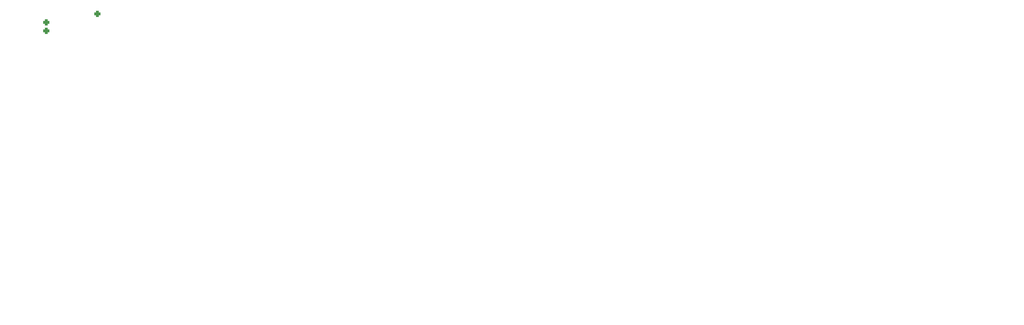
<source format=gbr>
%TF.GenerationSoftware,KiCad,Pcbnew,(7.0.0)*%
%TF.CreationDate,2023-12-21T18:15:09-08:00*%
%TF.ProjectId,Seeb61,53656562-3631-42e6-9b69-6361645f7063,rev?*%
%TF.SameCoordinates,Original*%
%TF.FileFunction,Legend,Bot*%
%TF.FilePolarity,Positive*%
%FSLAX46Y46*%
G04 Gerber Fmt 4.6, Leading zero omitted, Abs format (unit mm)*
G04 Created by KiCad (PCBNEW (7.0.0)) date 2023-12-21 18:15:09*
%MOMM*%
%LPD*%
G01*
G04 APERTURE LIST*
G04 Aperture macros list*
%AMRoundRect*
0 Rectangle with rounded corners*
0 $1 Rounding radius*
0 $2 $3 $4 $5 $6 $7 $8 $9 X,Y pos of 4 corners*
0 Add a 4 corners polygon primitive as box body*
4,1,4,$2,$3,$4,$5,$6,$7,$8,$9,$2,$3,0*
0 Add four circle primitives for the rounded corners*
1,1,$1+$1,$2,$3*
1,1,$1+$1,$4,$5*
1,1,$1+$1,$6,$7*
1,1,$1+$1,$8,$9*
0 Add four rect primitives between the rounded corners*
20,1,$1+$1,$2,$3,$4,$5,0*
20,1,$1+$1,$4,$5,$6,$7,0*
20,1,$1+$1,$6,$7,$8,$9,0*
20,1,$1+$1,$8,$9,$2,$3,0*%
G04 Aperture macros list end*
%ADD10C,1.651000*%
%ADD11R,1.651000X1.651000*%
%ADD12C,3.050000*%
%ADD13C,4.000000*%
%ADD14C,1.700000*%
%ADD15C,2.200000*%
%ADD16R,1.600000X1.600000*%
%ADD17C,1.600000*%
%ADD18C,2.000000*%
%ADD19C,1.800000*%
%ADD20RoundRect,0.450000X-0.450000X-0.450000X0.450000X-0.450000X0.450000X0.450000X-0.450000X0.450000X0*%
%ADD21O,2.000000X3.200000*%
%ADD22R,2.000000X2.000000*%
G04 APERTURE END LIST*
D10*
%TO.C,D27*%
X320675000Y-110109000D03*
D11*
X330834999Y-110108999D03*
%TD*%
D10*
%TO.C,D69*%
X471678000Y-110109000D03*
D11*
X481837999Y-110108999D03*
%TD*%
D10*
%TO.C,D49*%
X393065000Y-110109000D03*
D11*
X403224999Y-110108999D03*
%TD*%
D10*
%TO.C,D46*%
X393065000Y-117729000D03*
D11*
X403224999Y-117728999D03*
%TD*%
D10*
%TO.C,D38*%
X358267000Y-112649000D03*
D11*
X368426999Y-112648999D03*
%TD*%
D10*
%TO.C,D9*%
X247142000Y-115316000D03*
D11*
X257301999Y-115315999D03*
%TD*%
D10*
%TO.C,D26*%
X301752000Y-110109000D03*
D11*
X311911999Y-110108999D03*
%TD*%
D10*
%TO.C,D29*%
X228473000Y-107569000D03*
D11*
X238632999Y-107568999D03*
%TD*%
D10*
%TO.C,D44*%
X377063000Y-110109000D03*
D11*
X387222999Y-110108999D03*
%TD*%
D10*
%TO.C,D13*%
X320675000Y-115189000D03*
D11*
X330834999Y-115188999D03*
%TD*%
D10*
%TO.C,D67*%
X471678000Y-115189000D03*
D11*
X481837999Y-115188999D03*
%TD*%
D10*
%TO.C,D64*%
X454152000Y-110109000D03*
D11*
X464311999Y-110108999D03*
%TD*%
D10*
%TO.C,D15*%
X228473000Y-112776000D03*
D11*
X238632999Y-112775999D03*
%TD*%
D10*
%TO.C,D41*%
X377063000Y-117729000D03*
D11*
X387222999Y-117728999D03*
%TD*%
D10*
%TO.C,D5*%
X301752000Y-117729000D03*
D11*
X311911999Y-117728999D03*
%TD*%
D10*
%TO.C,D7*%
X338201000Y-117729000D03*
D11*
X348360999Y-117728999D03*
%TD*%
D10*
%TO.C,D6*%
X320675000Y-117729000D03*
D11*
X330834999Y-117728999D03*
%TD*%
D10*
%TO.C,D16*%
X247142000Y-112776000D03*
D11*
X257301999Y-112775999D03*
%TD*%
D10*
%TO.C,R1*%
X192659000Y-198374000D03*
X192659000Y-188214000D03*
%TD*%
%TO.C,D58*%
X434467000Y-112649000D03*
D11*
X444626999Y-112648999D03*
%TD*%
D10*
%TO.C,D66*%
X471678000Y-117729000D03*
D11*
X481837999Y-117728999D03*
%TD*%
D10*
%TO.C,D59*%
X434467000Y-110109000D03*
D11*
X444626999Y-110108999D03*
%TD*%
D10*
%TO.C,R2*%
X195199000Y-198374000D03*
X195199000Y-188214000D03*
%TD*%
%TO.C,D17*%
X263652000Y-112649000D03*
D11*
X273811999Y-112648999D03*
%TD*%
D10*
%TO.C,D30*%
X247142000Y-107696000D03*
D11*
X257301999Y-107695999D03*
%TD*%
D10*
%TO.C,D25*%
X281940000Y-110109000D03*
D11*
X292099999Y-110108999D03*
%TD*%
D10*
%TO.C,D42*%
X377063000Y-115189000D03*
D11*
X387222999Y-115188999D03*
%TD*%
D10*
%TO.C,D14*%
X338201000Y-115189000D03*
D11*
X348360999Y-115188999D03*
%TD*%
D10*
%TO.C,D54*%
X414528000Y-110109000D03*
D11*
X424687999Y-110108999D03*
%TD*%
D10*
%TO.C,D63*%
X454152000Y-112649000D03*
D11*
X464311999Y-112648999D03*
%TD*%
D10*
%TO.C,D12*%
X301752000Y-115189000D03*
D11*
X311911999Y-115188999D03*
%TD*%
D10*
%TO.C,D61*%
X454152000Y-117729000D03*
D11*
X464311999Y-117728999D03*
%TD*%
D10*
%TO.C,D34*%
X320675000Y-107569000D03*
D11*
X330834999Y-107568999D03*
%TD*%
D10*
%TO.C,D51*%
X414528000Y-117729000D03*
D11*
X424687999Y-117728999D03*
%TD*%
D10*
%TO.C,D39*%
X358267000Y-110109000D03*
D11*
X368426999Y-110108999D03*
%TD*%
D10*
%TO.C,D2*%
X247142000Y-117856000D03*
D11*
X257301999Y-117855999D03*
%TD*%
D10*
%TO.C,D48*%
X393065000Y-112649000D03*
D11*
X403224999Y-112648999D03*
%TD*%
D10*
%TO.C,D53*%
X414528000Y-112649000D03*
D11*
X424687999Y-112648999D03*
%TD*%
D10*
%TO.C,D47*%
X393065000Y-115189000D03*
D11*
X403224999Y-115188999D03*
%TD*%
D10*
%TO.C,D10*%
X263652000Y-115189000D03*
D11*
X273811999Y-115188999D03*
%TD*%
D10*
%TO.C,D11*%
X281940000Y-115189000D03*
D11*
X292099999Y-115188999D03*
%TD*%
D10*
%TO.C,D37*%
X358267000Y-115189000D03*
D11*
X368426999Y-115188999D03*
%TD*%
D10*
%TO.C,D21*%
X338201000Y-112522000D03*
D11*
X348360999Y-112521999D03*
%TD*%
D10*
%TO.C,D1*%
X228473000Y-117856000D03*
D11*
X238632999Y-117855999D03*
%TD*%
D10*
%TO.C,D43*%
X377063000Y-112649000D03*
D11*
X387222999Y-112648999D03*
%TD*%
D10*
%TO.C,D3*%
X263652000Y-117729000D03*
D11*
X273811999Y-117728999D03*
%TD*%
D10*
%TO.C,D32*%
X281940000Y-107569000D03*
D11*
X292099999Y-107568999D03*
%TD*%
D10*
%TO.C,D22*%
X228473000Y-110236000D03*
D11*
X238632999Y-110235999D03*
%TD*%
D10*
%TO.C,D20*%
X320675000Y-112649000D03*
D11*
X330834999Y-112648999D03*
%TD*%
D10*
%TO.C,D62*%
X454152000Y-115189000D03*
D11*
X464311999Y-115188999D03*
%TD*%
D10*
%TO.C,D52*%
X414528000Y-115189000D03*
D11*
X424687999Y-115188999D03*
%TD*%
D10*
%TO.C,D24*%
X263652000Y-110109000D03*
D11*
X273811999Y-110108999D03*
%TD*%
D10*
%TO.C,D8*%
X228473000Y-115316000D03*
D11*
X238632999Y-115315999D03*
%TD*%
D10*
%TO.C,D68*%
X471678000Y-112649000D03*
D11*
X481837999Y-112648999D03*
%TD*%
D10*
%TO.C,D57*%
X434467000Y-115189000D03*
D11*
X444626999Y-115188999D03*
%TD*%
D10*
%TO.C,D19*%
X301752000Y-112649000D03*
D11*
X311911999Y-112648999D03*
%TD*%
D10*
%TO.C,D33*%
X301752000Y-107696000D03*
D11*
X311911999Y-107695999D03*
%TD*%
D10*
%TO.C,D23*%
X247142000Y-110236000D03*
D11*
X257301999Y-110235999D03*
%TD*%
D10*
%TO.C,D4*%
X281940000Y-117729000D03*
D11*
X292099999Y-117728999D03*
%TD*%
D10*
%TO.C,D56*%
X434467000Y-117729000D03*
D11*
X444626999Y-117728999D03*
%TD*%
D10*
%TO.C,D28*%
X338201000Y-109982000D03*
D11*
X348360999Y-109981999D03*
%TD*%
D10*
%TO.C,D36*%
X358267000Y-117729000D03*
D11*
X368426999Y-117728999D03*
%TD*%
D10*
%TO.C,D18*%
X281940000Y-112649000D03*
D11*
X292099999Y-112648999D03*
%TD*%
D10*
%TO.C,D35*%
X338201000Y-107442000D03*
D11*
X348360999Y-107441999D03*
%TD*%
D10*
%TO.C,D31*%
X263652000Y-107569000D03*
D11*
X273811999Y-107568999D03*
%TD*%
%LPC*%
D12*
%TO.C,MX22*%
X237236000Y-179705000D03*
D13*
X237236000Y-194945000D03*
D14*
X244056000Y-186705000D03*
D13*
X249136000Y-186705000D03*
D14*
X254216000Y-186705000D03*
D12*
X261036000Y-179705000D03*
D13*
X261036000Y-194945000D03*
D15*
X251676000Y-181625000D03*
X245326000Y-184165000D03*
%TD*%
D12*
%TO.C,MX55*%
X480060000Y-160655000D03*
D13*
X480060000Y-175895000D03*
D14*
X486880000Y-167655000D03*
D13*
X491960000Y-167655000D03*
D14*
X497040000Y-167655000D03*
D12*
X503860000Y-160655000D03*
D13*
X503860000Y-175895000D03*
D15*
X494500000Y-162575000D03*
X488150000Y-165115000D03*
%TD*%
D10*
%TO.C,D27*%
X320675000Y-110109000D03*
D11*
X330834999Y-110108999D03*
%TD*%
D14*
%TO.C,MX48*%
X470408000Y-148590000D03*
D13*
X475488000Y-148590000D03*
D14*
X480568000Y-148590000D03*
D15*
X478028000Y-143510000D03*
X471678000Y-146050000D03*
%TD*%
D14*
%TO.C,MX52*%
X417830000Y-167640000D03*
D13*
X422910000Y-167640000D03*
D14*
X427990000Y-167640000D03*
D15*
X425450000Y-162560000D03*
X419100000Y-165100000D03*
%TD*%
D10*
%TO.C,D69*%
X471678000Y-110109000D03*
D11*
X481837999Y-110108999D03*
%TD*%
D10*
%TO.C,D49*%
X393065000Y-110109000D03*
D11*
X403224999Y-110108999D03*
%TD*%
D10*
%TO.C,D46*%
X393065000Y-117729000D03*
D11*
X403224999Y-117728999D03*
%TD*%
D14*
%TO.C,MX8*%
X236982000Y-148590000D03*
D13*
X242062000Y-148590000D03*
D14*
X247142000Y-148590000D03*
D15*
X244602000Y-143510000D03*
X238252000Y-146050000D03*
%TD*%
D10*
%TO.C,D38*%
X358267000Y-112649000D03*
D11*
X368426999Y-112648999D03*
%TD*%
D14*
%TO.C,MX45*%
X413258000Y-148590000D03*
D13*
X418338000Y-148590000D03*
D14*
X423418000Y-148590000D03*
D15*
X420878000Y-143510000D03*
X414528000Y-146050000D03*
%TD*%
D14*
%TO.C,MX11*%
X298958000Y-148590000D03*
D13*
X304038000Y-148590000D03*
D14*
X309118000Y-148590000D03*
D15*
X306578000Y-143510000D03*
X300228000Y-146050000D03*
%TD*%
D10*
%TO.C,D9*%
X247142000Y-115316000D03*
D11*
X257301999Y-115315999D03*
%TD*%
D14*
%TO.C,MX34*%
X448945000Y-205740000D03*
D13*
X454025000Y-205740000D03*
D14*
X459105000Y-205740000D03*
D15*
X456565000Y-200660000D03*
X450215000Y-203200000D03*
%TD*%
D14*
%TO.C,MX9*%
X260858000Y-148590000D03*
D13*
X265938000Y-148590000D03*
D14*
X271018000Y-148590000D03*
D15*
X268478000Y-143510000D03*
X262128000Y-146050000D03*
%TD*%
D14*
%TO.C,MX62*%
X496570000Y-205740000D03*
D13*
X501650000Y-205740000D03*
D14*
X506730000Y-205740000D03*
D15*
X504190000Y-200660000D03*
X497840000Y-203200000D03*
%TD*%
D14*
%TO.C,MX51*%
X398780000Y-167640000D03*
D13*
X403860000Y-167640000D03*
D14*
X408940000Y-167640000D03*
D15*
X406400000Y-162560000D03*
X400050000Y-165100000D03*
%TD*%
D10*
%TO.C,D26*%
X301752000Y-110109000D03*
D11*
X311911999Y-110108999D03*
%TD*%
D10*
%TO.C,D29*%
X228473000Y-107569000D03*
D11*
X238632999Y-107568999D03*
%TD*%
D10*
%TO.C,D44*%
X377063000Y-110109000D03*
D11*
X387222999Y-110108999D03*
%TD*%
D14*
%TO.C,MX21*%
X360680000Y-167640000D03*
D13*
X365760000Y-167640000D03*
D14*
X370840000Y-167640000D03*
D15*
X368300000Y-162560000D03*
X361950000Y-165100000D03*
%TD*%
D14*
%TO.C,MX18*%
X303530000Y-167640000D03*
D13*
X308610000Y-167640000D03*
D14*
X313690000Y-167640000D03*
D15*
X311150000Y-162560000D03*
X304800000Y-165100000D03*
%TD*%
D10*
%TO.C,D13*%
X320675000Y-115189000D03*
D11*
X330834999Y-115188999D03*
%TD*%
D10*
%TO.C,D67*%
X471678000Y-115189000D03*
D11*
X481837999Y-115188999D03*
%TD*%
D10*
%TO.C,D64*%
X454152000Y-110109000D03*
D11*
X464311999Y-110108999D03*
%TD*%
D14*
%TO.C,MX25*%
X313182000Y-186690000D03*
D13*
X318262000Y-186690000D03*
D14*
X323342000Y-186690000D03*
D15*
X320802000Y-181610000D03*
X314452000Y-184150000D03*
%TD*%
D10*
%TO.C,D15*%
X228473000Y-112776000D03*
D11*
X238632999Y-112775999D03*
%TD*%
D10*
%TO.C,D41*%
X377063000Y-117729000D03*
D11*
X387222999Y-117728999D03*
%TD*%
D14*
%TO.C,MX26*%
X332232000Y-186690000D03*
D13*
X337312000Y-186690000D03*
D14*
X342392000Y-186690000D03*
D15*
X339852000Y-181610000D03*
X333502000Y-184150000D03*
%TD*%
%TO.C,M2*%
X181610000Y-105156000D03*
%TD*%
D16*
%TO.C,U2*%
X202310999Y-167512999D03*
D17*
X202311000Y-170053000D03*
X202311000Y-172593000D03*
X202311000Y-175133000D03*
X202311000Y-177673000D03*
X202311000Y-180213000D03*
X202311000Y-182753000D03*
X202311000Y-185293000D03*
X202311000Y-187833000D03*
X202311000Y-190373000D03*
X202311000Y-192913000D03*
X202311000Y-195453000D03*
X202311000Y-197993000D03*
X202311000Y-200533000D03*
X209931000Y-200533000D03*
X209931000Y-197993000D03*
X209931000Y-195453000D03*
X209931000Y-192913000D03*
X209931000Y-190373000D03*
X209931000Y-187833000D03*
X209931000Y-185293000D03*
X209931000Y-182753000D03*
X209931000Y-180213000D03*
X209931000Y-177673000D03*
X209931000Y-175133000D03*
X209931000Y-172593000D03*
X209931000Y-170053000D03*
X209931000Y-167513000D03*
%TD*%
D10*
%TO.C,D5*%
X301752000Y-117729000D03*
D11*
X311911999Y-117728999D03*
%TD*%
D14*
%TO.C,MX57*%
X389382000Y-186690000D03*
D13*
X394462000Y-186690000D03*
D14*
X399542000Y-186690000D03*
D15*
X397002000Y-181610000D03*
X390652000Y-184150000D03*
%TD*%
D10*
%TO.C,D7*%
X338201000Y-117729000D03*
D11*
X348360999Y-117728999D03*
%TD*%
D14*
%TO.C,MX1*%
X232156000Y-129540000D03*
D13*
X237236000Y-129540000D03*
D14*
X242316000Y-129540000D03*
D15*
X239776000Y-124460000D03*
X233426000Y-127000000D03*
%TD*%
D14*
%TO.C,MX58*%
X408432000Y-186690000D03*
D13*
X413512000Y-186690000D03*
D14*
X418592000Y-186690000D03*
D15*
X416052000Y-181610000D03*
X409702000Y-184150000D03*
%TD*%
D10*
%TO.C,D6*%
X320675000Y-117729000D03*
D11*
X330834999Y-117728999D03*
%TD*%
D14*
%TO.C,MX41*%
X460756000Y-129540000D03*
D13*
X465836000Y-129540000D03*
D14*
X470916000Y-129540000D03*
D15*
X468376000Y-124460000D03*
X462026000Y-127000000D03*
%TD*%
D10*
%TO.C,D16*%
X247142000Y-112776000D03*
D11*
X257301999Y-112775999D03*
%TD*%
D14*
%TO.C,MX15*%
X239268000Y-167640000D03*
D13*
X244348000Y-167640000D03*
D14*
X249428000Y-167640000D03*
D15*
X246888000Y-162560000D03*
X240538000Y-165100000D03*
%TD*%
D14*
%TO.C,MX39*%
X422656000Y-129540000D03*
D13*
X427736000Y-129540000D03*
D14*
X432816000Y-129540000D03*
D15*
X430276000Y-124460000D03*
X423926000Y-127000000D03*
%TD*%
D14*
%TO.C,MX12*%
X318008000Y-148590000D03*
D13*
X323088000Y-148590000D03*
D14*
X328168000Y-148590000D03*
D15*
X325628000Y-143510000D03*
X319278000Y-146050000D03*
%TD*%
D10*
%TO.C,R1*%
X192659000Y-198374000D03*
X192659000Y-188214000D03*
%TD*%
D14*
%TO.C,MX6*%
X327406000Y-129540000D03*
D13*
X332486000Y-129540000D03*
D14*
X337566000Y-129540000D03*
D15*
X335026000Y-124460000D03*
X328676000Y-127000000D03*
%TD*%
D10*
%TO.C,D58*%
X434467000Y-112649000D03*
D11*
X444626999Y-112648999D03*
%TD*%
D18*
%TO.C,SW1*%
X185778000Y-110562000D03*
X192278000Y-110562000D03*
X185778000Y-115062000D03*
X192278000Y-115062000D03*
%TD*%
D14*
%TO.C,MX38*%
X403606000Y-129540000D03*
D13*
X408686000Y-129540000D03*
D14*
X413766000Y-129540000D03*
D15*
X411226000Y-124460000D03*
X404876000Y-127000000D03*
%TD*%
D10*
%TO.C,D66*%
X471678000Y-117729000D03*
D11*
X481837999Y-117728999D03*
%TD*%
D14*
%TO.C,MX13*%
X337058000Y-148590000D03*
D13*
X342138000Y-148590000D03*
D14*
X347218000Y-148590000D03*
D15*
X344678000Y-143510000D03*
X338328000Y-146050000D03*
%TD*%
D10*
%TO.C,D59*%
X434467000Y-110109000D03*
D11*
X444626999Y-110108999D03*
%TD*%
D10*
%TO.C,R2*%
X195199000Y-198374000D03*
X195199000Y-188214000D03*
%TD*%
%TO.C,D17*%
X263652000Y-112649000D03*
D11*
X273811999Y-112648999D03*
%TD*%
D15*
%TO.C,M2*%
X181229000Y-215138000D03*
%TD*%
D14*
%TO.C,MX3*%
X270256000Y-129540000D03*
D13*
X275336000Y-129540000D03*
D14*
X280416000Y-129540000D03*
D15*
X277876000Y-124460000D03*
X271526000Y-127000000D03*
%TD*%
D10*
%TO.C,D30*%
X247142000Y-107696000D03*
D11*
X257301999Y-107695999D03*
%TD*%
D14*
%TO.C,MX31*%
X282194000Y-205740000D03*
D13*
X287274000Y-205740000D03*
D14*
X292354000Y-205740000D03*
D15*
X289814000Y-200660000D03*
X283464000Y-203200000D03*
%TD*%
D10*
%TO.C,D25*%
X281940000Y-110109000D03*
D11*
X292099999Y-110108999D03*
%TD*%
D15*
%TO.C,M2*%
X514096000Y-105283000D03*
%TD*%
D10*
%TO.C,D42*%
X377063000Y-115189000D03*
D11*
X387222999Y-115188999D03*
%TD*%
D10*
%TO.C,D14*%
X338201000Y-115189000D03*
D11*
X348360999Y-115188999D03*
%TD*%
D14*
%TO.C,MX5*%
X308356000Y-129540000D03*
D13*
X313436000Y-129540000D03*
D14*
X318516000Y-129540000D03*
D15*
X315976000Y-124460000D03*
X309626000Y-127000000D03*
%TD*%
D10*
%TO.C,D54*%
X414528000Y-110109000D03*
D11*
X424687999Y-110108999D03*
%TD*%
D10*
%TO.C,D63*%
X454152000Y-112649000D03*
D11*
X464311999Y-112648999D03*
%TD*%
D14*
%TO.C,MX59*%
X427482000Y-186690000D03*
D13*
X432562000Y-186690000D03*
D14*
X437642000Y-186690000D03*
D15*
X435102000Y-181610000D03*
X428752000Y-184150000D03*
%TD*%
D19*
%TO.C,U1*%
X198374000Y-105918000D03*
X198374000Y-108458000D03*
D20*
X198374000Y-110998000D03*
X198374000Y-113538000D03*
D19*
X198374000Y-116078000D03*
X198374000Y-118618000D03*
X198374000Y-121158000D03*
X198374000Y-123698000D03*
X198374000Y-126238000D03*
X198374000Y-128778000D03*
X198374000Y-131318000D03*
X198374000Y-133858000D03*
X213614000Y-105918000D03*
D20*
X213614000Y-108458000D03*
D19*
X213614000Y-110998000D03*
X213614000Y-113538000D03*
X213614000Y-116078000D03*
X213614000Y-118618000D03*
X213614000Y-121158000D03*
X213614000Y-123698000D03*
X213614000Y-126238000D03*
X213614000Y-128778000D03*
X213614000Y-131318000D03*
X213614000Y-133858000D03*
%TD*%
D10*
%TO.C,D12*%
X301752000Y-115189000D03*
D11*
X311911999Y-115188999D03*
%TD*%
D10*
%TO.C,D61*%
X454152000Y-117729000D03*
D11*
X464311999Y-117728999D03*
%TD*%
D10*
%TO.C,D34*%
X320675000Y-107569000D03*
D11*
X330834999Y-107568999D03*
%TD*%
D14*
%TO.C,MX40*%
X441706000Y-129540000D03*
D13*
X446786000Y-129540000D03*
D14*
X451866000Y-129540000D03*
D15*
X449326000Y-124460000D03*
X442976000Y-127000000D03*
%TD*%
D10*
%TO.C,D51*%
X414528000Y-117729000D03*
D11*
X424687999Y-117728999D03*
%TD*%
D14*
%TO.C,MX20*%
X341630000Y-167640000D03*
D13*
X346710000Y-167640000D03*
D14*
X351790000Y-167640000D03*
D15*
X349250000Y-162560000D03*
X342900000Y-165100000D03*
%TD*%
D10*
%TO.C,D39*%
X358267000Y-110109000D03*
D11*
X368426999Y-110108999D03*
%TD*%
D10*
%TO.C,D2*%
X247142000Y-117856000D03*
D11*
X257301999Y-117855999D03*
%TD*%
D10*
%TO.C,D48*%
X393065000Y-112649000D03*
D11*
X403224999Y-112648999D03*
%TD*%
D10*
%TO.C,D53*%
X414528000Y-112649000D03*
D11*
X424687999Y-112648999D03*
%TD*%
D10*
%TO.C,D47*%
X393065000Y-115189000D03*
D11*
X403224999Y-115188999D03*
%TD*%
D10*
%TO.C,D10*%
X263652000Y-115189000D03*
D11*
X273811999Y-115188999D03*
%TD*%
D21*
%TO.C,SW2*%
X507209999Y-129651999D03*
X496009999Y-129651999D03*
D22*
X504109999Y-122151999D03*
D18*
X499110000Y-122152000D03*
X501610000Y-122152000D03*
X499110000Y-136652000D03*
X504110000Y-136652000D03*
%TD*%
D10*
%TO.C,D11*%
X281940000Y-115189000D03*
D11*
X292099999Y-115188999D03*
%TD*%
D14*
%TO.C,MX14*%
X356108000Y-148590000D03*
D13*
X361188000Y-148590000D03*
D14*
X366268000Y-148590000D03*
D15*
X363728000Y-143510000D03*
X357378000Y-146050000D03*
%TD*%
D14*
%TO.C,MX2*%
X251206000Y-129540000D03*
D13*
X256286000Y-129540000D03*
D14*
X261366000Y-129540000D03*
D15*
X258826000Y-124460000D03*
X252476000Y-127000000D03*
%TD*%
D10*
%TO.C,D37*%
X358267000Y-115189000D03*
D11*
X368426999Y-115188999D03*
%TD*%
D14*
%TO.C,MX37*%
X384556000Y-129540000D03*
D13*
X389636000Y-129540000D03*
D14*
X394716000Y-129540000D03*
D15*
X392176000Y-124460000D03*
X385826000Y-127000000D03*
%TD*%
D14*
%TO.C,MX47*%
X451358000Y-148590000D03*
D13*
X456438000Y-148590000D03*
D14*
X461518000Y-148590000D03*
D15*
X458978000Y-143510000D03*
X452628000Y-146050000D03*
%TD*%
D14*
%TO.C,MX46*%
X432308000Y-148590000D03*
D13*
X437388000Y-148590000D03*
D14*
X442468000Y-148590000D03*
D15*
X439928000Y-143510000D03*
X433578000Y-146050000D03*
%TD*%
D14*
%TO.C,MX42*%
X479806000Y-129540000D03*
D13*
X484886000Y-129540000D03*
D14*
X489966000Y-129540000D03*
D15*
X487426000Y-124460000D03*
X481076000Y-127000000D03*
%TD*%
D14*
%TO.C,MX28*%
X370332000Y-186690000D03*
D13*
X375412000Y-186690000D03*
D14*
X380492000Y-186690000D03*
D15*
X377952000Y-181610000D03*
X371602000Y-184150000D03*
%TD*%
D14*
%TO.C,MX24*%
X294132000Y-186690000D03*
D13*
X299212000Y-186690000D03*
D14*
X304292000Y-186690000D03*
D15*
X301752000Y-181610000D03*
X295402000Y-184150000D03*
%TD*%
D14*
%TO.C,MX23*%
X275082000Y-186690000D03*
D13*
X280162000Y-186690000D03*
D14*
X285242000Y-186690000D03*
D15*
X282702000Y-181610000D03*
X276352000Y-184150000D03*
%TD*%
D10*
%TO.C,D21*%
X338201000Y-112522000D03*
D11*
X348360999Y-112521999D03*
%TD*%
D10*
%TO.C,D1*%
X228473000Y-117856000D03*
D11*
X238632999Y-117855999D03*
%TD*%
D14*
%TO.C,MX53*%
X436880000Y-167640000D03*
D13*
X441960000Y-167640000D03*
D14*
X447040000Y-167640000D03*
D15*
X444500000Y-162560000D03*
X438150000Y-165100000D03*
%TD*%
D10*
%TO.C,D43*%
X377063000Y-112649000D03*
D11*
X387222999Y-112648999D03*
%TD*%
D14*
%TO.C,MX29*%
X234569000Y-205740000D03*
D13*
X239649000Y-205740000D03*
D14*
X244729000Y-205740000D03*
D15*
X242189000Y-200660000D03*
X235839000Y-203200000D03*
%TD*%
D10*
%TO.C,D3*%
X263652000Y-117729000D03*
D11*
X273811999Y-117728999D03*
%TD*%
D14*
%TO.C,MX35*%
X472821000Y-205740000D03*
D13*
X477901000Y-205740000D03*
D14*
X482981000Y-205740000D03*
D15*
X480441000Y-200660000D03*
X474091000Y-203200000D03*
%TD*%
D10*
%TO.C,D32*%
X281940000Y-107569000D03*
D11*
X292099999Y-107568999D03*
%TD*%
D14*
%TO.C,MX49*%
X494157000Y-148590000D03*
D13*
X499237000Y-148590000D03*
D14*
X504317000Y-148590000D03*
D15*
X501777000Y-143510000D03*
X495427000Y-146050000D03*
%TD*%
D14*
%TO.C,MX27*%
X351282000Y-186690000D03*
D13*
X356362000Y-186690000D03*
D14*
X361442000Y-186690000D03*
D15*
X358902000Y-181610000D03*
X352552000Y-184150000D03*
%TD*%
D14*
%TO.C,MX54*%
X455930000Y-167640000D03*
D13*
X461010000Y-167640000D03*
D14*
X466090000Y-167640000D03*
D15*
X463550000Y-162560000D03*
X457200000Y-165100000D03*
%TD*%
D10*
%TO.C,D22*%
X228473000Y-110236000D03*
D11*
X238632999Y-110235999D03*
%TD*%
D10*
%TO.C,D20*%
X320675000Y-112649000D03*
D11*
X330834999Y-112648999D03*
%TD*%
D14*
%TO.C,MX36*%
X365506000Y-129540000D03*
D13*
X370586000Y-129540000D03*
D14*
X375666000Y-129540000D03*
D15*
X373126000Y-124460000D03*
X366776000Y-127000000D03*
%TD*%
D14*
%TO.C,MX50*%
X379730000Y-167640000D03*
D13*
X384810000Y-167640000D03*
D14*
X389890000Y-167640000D03*
D15*
X387350000Y-162560000D03*
X381000000Y-165100000D03*
%TD*%
D10*
%TO.C,D62*%
X454152000Y-115189000D03*
D11*
X464311999Y-115188999D03*
%TD*%
D10*
%TO.C,D52*%
X414528000Y-115189000D03*
D11*
X424687999Y-115188999D03*
%TD*%
D12*
%TO.C,MX61*%
X475437000Y-179705000D03*
D13*
X475437000Y-194945000D03*
D14*
X482257000Y-186705000D03*
D13*
X487337000Y-186705000D03*
D14*
X492417000Y-186705000D03*
D12*
X499237000Y-179705000D03*
D13*
X499237000Y-194945000D03*
D15*
X489877000Y-181625000D03*
X483527000Y-184165000D03*
%TD*%
D10*
%TO.C,D24*%
X263652000Y-110109000D03*
D11*
X273811999Y-110108999D03*
%TD*%
D14*
%TO.C,MX17*%
X284480000Y-167640000D03*
D13*
X289560000Y-167640000D03*
D14*
X294640000Y-167640000D03*
D15*
X292100000Y-162560000D03*
X285750000Y-165100000D03*
%TD*%
D10*
%TO.C,D8*%
X228473000Y-115316000D03*
D11*
X238632999Y-115315999D03*
%TD*%
D10*
%TO.C,D68*%
X471678000Y-112649000D03*
D11*
X481837999Y-112648999D03*
%TD*%
D10*
%TO.C,D57*%
X434467000Y-115189000D03*
D11*
X444626999Y-115188999D03*
%TD*%
D14*
%TO.C,MX4*%
X289306000Y-129540000D03*
D13*
X294386000Y-129540000D03*
D14*
X299466000Y-129540000D03*
D15*
X296926000Y-124460000D03*
X290576000Y-127000000D03*
%TD*%
D10*
%TO.C,D19*%
X301752000Y-112649000D03*
D11*
X311911999Y-112648999D03*
%TD*%
D14*
%TO.C,MX30*%
X258318000Y-205740000D03*
D13*
X263398000Y-205740000D03*
D14*
X268478000Y-205740000D03*
D15*
X265938000Y-200660000D03*
X259588000Y-203200000D03*
%TD*%
D10*
%TO.C,D33*%
X301752000Y-107696000D03*
D11*
X311911999Y-107695999D03*
%TD*%
D10*
%TO.C,D23*%
X247142000Y-110236000D03*
D11*
X257301999Y-110235999D03*
%TD*%
D10*
%TO.C,D4*%
X281940000Y-117729000D03*
D11*
X292099999Y-117728999D03*
%TD*%
D10*
%TO.C,D56*%
X434467000Y-117729000D03*
D11*
X444626999Y-117728999D03*
%TD*%
D14*
%TO.C,MX60*%
X446532000Y-186690000D03*
D13*
X451612000Y-186690000D03*
D14*
X456692000Y-186690000D03*
D15*
X454152000Y-181610000D03*
X447802000Y-184150000D03*
%TD*%
D10*
%TO.C,D28*%
X338201000Y-109982000D03*
D11*
X348360999Y-109981999D03*
%TD*%
D14*
%TO.C,MX33*%
X425069000Y-205740000D03*
D13*
X430149000Y-205740000D03*
D14*
X435229000Y-205740000D03*
D15*
X432689000Y-200660000D03*
X426339000Y-203200000D03*
%TD*%
D10*
%TO.C,D36*%
X358267000Y-117729000D03*
D11*
X368426999Y-117728999D03*
%TD*%
D14*
%TO.C,MX10*%
X279908000Y-148590000D03*
D13*
X284988000Y-148590000D03*
D14*
X290068000Y-148590000D03*
D15*
X287528000Y-143510000D03*
X281178000Y-146050000D03*
%TD*%
D14*
%TO.C,MX16*%
X265430000Y-167640000D03*
D13*
X270510000Y-167640000D03*
D14*
X275590000Y-167640000D03*
D15*
X273050000Y-162560000D03*
X266700000Y-165100000D03*
%TD*%
D14*
%TO.C,MX43*%
X375158000Y-148590000D03*
D13*
X380238000Y-148590000D03*
D14*
X385318000Y-148590000D03*
D15*
X382778000Y-143510000D03*
X376428000Y-146050000D03*
%TD*%
D10*
%TO.C,D18*%
X281940000Y-112649000D03*
D11*
X292099999Y-112648999D03*
%TD*%
D14*
%TO.C,MX19*%
X322580000Y-167640000D03*
D13*
X327660000Y-167640000D03*
D14*
X332740000Y-167640000D03*
D15*
X330200000Y-162560000D03*
X323850000Y-165100000D03*
%TD*%
D12*
%TO.C,MX32*%
X308737000Y-198755000D03*
D13*
X308737000Y-213995000D03*
D14*
X353657000Y-205755000D03*
D13*
X358737000Y-205755000D03*
D14*
X363817000Y-205755000D03*
D12*
X408737000Y-198755000D03*
D13*
X408737000Y-213995000D03*
D15*
X361277000Y-200675000D03*
X354927000Y-203215000D03*
%TD*%
D10*
%TO.C,D35*%
X338201000Y-107442000D03*
D11*
X348360999Y-107441999D03*
%TD*%
D14*
%TO.C,MX7*%
X346456000Y-129540000D03*
D13*
X351536000Y-129540000D03*
D14*
X356616000Y-129540000D03*
D15*
X354076000Y-124460000D03*
X347726000Y-127000000D03*
%TD*%
D10*
%TO.C,D31*%
X263652000Y-107569000D03*
D11*
X273811999Y-107568999D03*
%TD*%
D14*
%TO.C,MX44*%
X394208000Y-148590000D03*
D13*
X399288000Y-148590000D03*
D14*
X404368000Y-148590000D03*
D15*
X401828000Y-143510000D03*
X395478000Y-146050000D03*
%TD*%
%TO.C,M2*%
X514604000Y-215138000D03*
%TD*%
M02*

</source>
